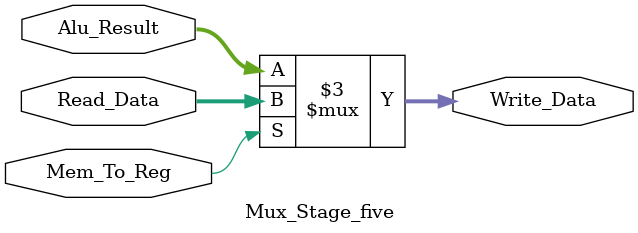
<source format=v>

module Mux_Stage_five(
	Mem_To_Reg,
	Read_Data,
	Alu_Result,
	Write_Data);


input Mem_To_Reg;
input [31 : 0] Read_Data;
input [31 : 0] Alu_Result;
output [31 : 0] Write_Data;

always @(*) begin 
	if(Mem_To_Reg) begin
		Write_Data = Read_Data;
	end else begin
		Write_Data = Alu_Result;
	end
end



endmodule
</source>
